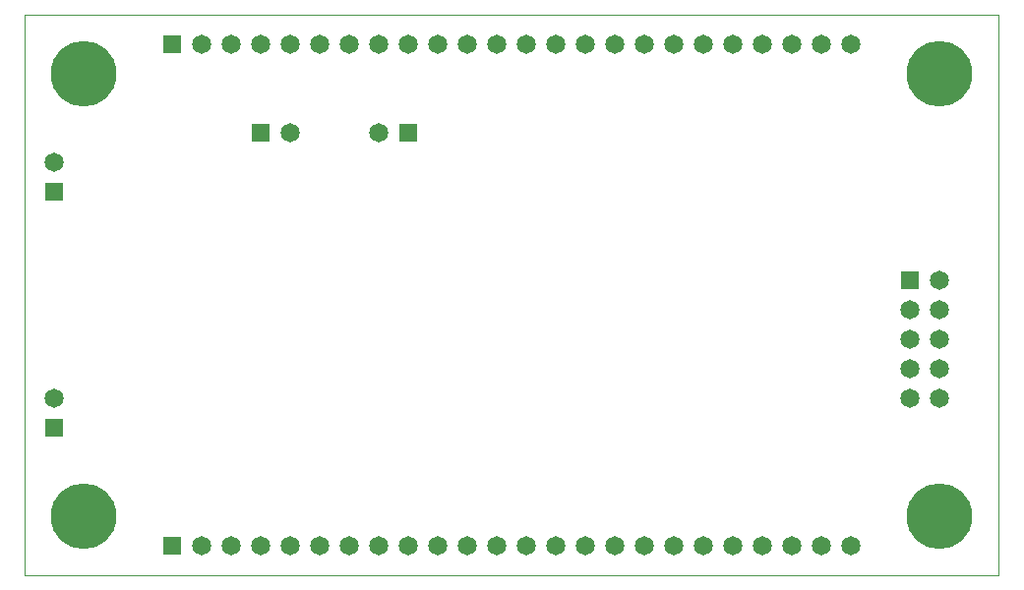
<source format=gbs>
%FSLAX34Y34*%
G04 Gerber Fmt 3.4, Leading zero omitted, Abs format*
G04 (created by PCBNEW (2013-10-23 BZR 4410)-product) date Thu 24 Oct 2013 09:27:40 PM EDT*
%MOIN*%
G01*
G70*
G90*
G04 APERTURE LIST*
%ADD10C,0.005906*%
%ADD11C,0.003937*%
%ADD12C,0.222441*%
%ADD13R,0.064961X0.064961*%
%ADD14C,0.064961*%
G04 APERTURE END LIST*
G54D10*
G54D11*
X82000Y-19000D02*
X49000Y-19000D01*
X82000Y-38000D02*
X82000Y-19000D01*
X49000Y-38000D02*
X82000Y-38000D01*
X49000Y-19000D02*
X49000Y-38000D01*
G54D12*
X80000Y-21000D03*
X80000Y-36000D03*
X51000Y-36000D03*
X51000Y-21000D03*
G54D13*
X50000Y-33000D03*
G54D14*
X50000Y-32000D03*
G54D13*
X57000Y-23000D03*
G54D14*
X58000Y-23000D03*
G54D13*
X50000Y-25000D03*
G54D14*
X50000Y-24000D03*
G54D13*
X62000Y-23000D03*
G54D14*
X61000Y-23000D03*
G54D13*
X79000Y-28000D03*
G54D14*
X80000Y-28000D03*
X79000Y-29000D03*
X80000Y-29000D03*
X79000Y-30000D03*
X80000Y-30000D03*
X79000Y-31000D03*
X80000Y-31000D03*
X79000Y-32000D03*
X80000Y-32000D03*
G54D13*
X54000Y-20000D03*
G54D14*
X55000Y-20000D03*
X56000Y-20000D03*
X57000Y-20000D03*
X58000Y-20000D03*
X59000Y-20000D03*
X60000Y-20000D03*
X61000Y-20000D03*
X62000Y-20000D03*
X63000Y-20000D03*
X64000Y-20000D03*
X65000Y-20000D03*
X66000Y-20000D03*
X67000Y-20000D03*
X68000Y-20000D03*
X69000Y-20000D03*
X70000Y-20000D03*
X71000Y-20000D03*
X72000Y-20000D03*
X73000Y-20000D03*
X74000Y-20000D03*
X75000Y-20000D03*
X76000Y-20000D03*
X77000Y-20000D03*
G54D13*
X54000Y-37000D03*
G54D14*
X55000Y-37000D03*
X56000Y-37000D03*
X57000Y-37000D03*
X58000Y-37000D03*
X59000Y-37000D03*
X60000Y-37000D03*
X61000Y-37000D03*
X62000Y-37000D03*
X63000Y-37000D03*
X64000Y-37000D03*
X65000Y-37000D03*
X66000Y-37000D03*
X67000Y-37000D03*
X68000Y-37000D03*
X69000Y-37000D03*
X70000Y-37000D03*
X71000Y-37000D03*
X72000Y-37000D03*
X73000Y-37000D03*
X74000Y-37000D03*
X75000Y-37000D03*
X76000Y-37000D03*
X77000Y-37000D03*
M02*

</source>
